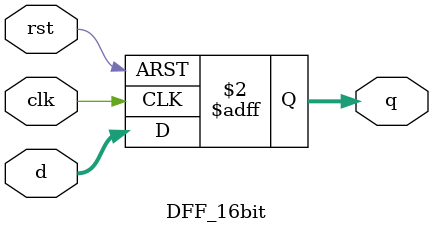
<source format=v>
module DFF_16bit (
    input wire clk,
    input wire rst,
    input wire [15:0] d,
    output reg [15:0] q
);
    always @(posedge clk or posedge rst) begin
        if (rst)
            q <= 16'b0;
        else
            q <= d;
    end
endmodule

</source>
